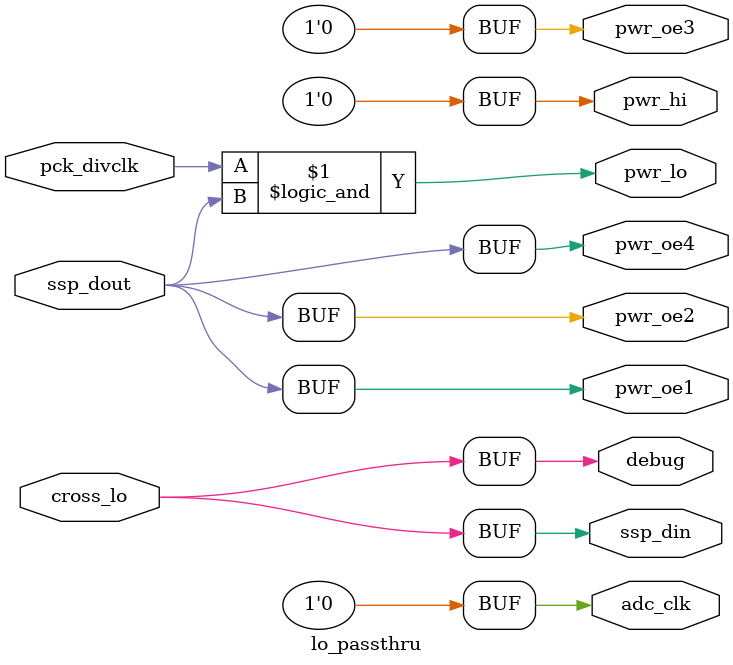
<source format=v>

module lo_passthru(
    input pck_divclk,
    input cross_lo,
    input ssp_dout,

    output ssp_din,
    output adc_clk,
    output pwr_lo,
    output pwr_hi,
    output pwr_oe1,
    output pwr_oe2,
    output pwr_oe3,
    output pwr_oe4,
    output debug
);

// the antenna is modulated when ssp_dout = 1, when 0 the
// antenna drivers stop modulating and go into listen mode
assign ssp_din = cross_lo;
assign adc_clk = 1'b0;
assign pwr_lo  = pck_divclk && ssp_dout;
assign pwr_hi  = 1'b0;
assign pwr_oe1 = ssp_dout;
assign pwr_oe2 = ssp_dout;
assign pwr_oe3 = 1'b0;
assign pwr_oe4 = ssp_dout;
assign debug   = cross_lo;

endmodule

</source>
